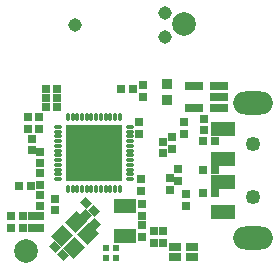
<source format=gts>
%FSLAX24Y24*%
%MOIN*%
G70*
G01*
G75*
G04 Layer_Color=8388736*
%ADD10R,0.0335X0.0256*%
%ADD11R,0.0177X0.0177*%
%ADD12R,0.0571X0.0217*%
%ADD13R,0.0571X0.0217*%
%ADD14R,0.0709X0.0394*%
G04:AMPARAMS|DCode=15|XSize=47.2mil|YSize=43.3mil|CornerRadius=0mil|HoleSize=0mil|Usage=FLASHONLY|Rotation=45.000|XOffset=0mil|YOffset=0mil|HoleType=Round|Shape=Rectangle|*
%AMROTATEDRECTD15*
4,1,4,-0.0014,-0.0320,-0.0320,-0.0014,0.0014,0.0320,0.0320,0.0014,-0.0014,-0.0320,0.0*
%
%ADD15ROTATEDRECTD15*%

%ADD16R,0.1850X0.1850*%
%ADD17O,0.0079X0.0256*%
%ADD18O,0.0256X0.0079*%
%ADD19R,0.0394X0.0394*%
%ADD20R,0.0236X0.0217*%
%ADD21R,0.0217X0.0236*%
%ADD22R,0.0256X0.0197*%
%ADD23R,0.0197X0.0256*%
%ADD24C,0.0394*%
%ADD25R,0.0197X0.0236*%
%ADD26R,0.0236X0.0197*%
%ADD27R,0.0315X0.0295*%
G04:AMPARAMS|DCode=28|XSize=19.7mil|YSize=23.6mil|CornerRadius=0mil|HoleSize=0mil|Usage=FLASHONLY|Rotation=45.000|XOffset=0mil|YOffset=0mil|HoleType=Round|Shape=Rectangle|*
%AMROTATEDRECTD28*
4,1,4,0.0014,-0.0153,-0.0153,0.0014,-0.0014,0.0153,0.0153,-0.0014,0.0014,-0.0153,0.0*
%
%ADD28ROTATEDRECTD28*%

%ADD29R,0.0787X0.0394*%
%ADD30C,0.0060*%
%ADD31C,0.0100*%
%ADD32C,0.0050*%
%ADD33C,0.0080*%
%ADD34C,0.0070*%
%ADD35C,0.0090*%
%ADD36C,0.0390*%
%ADD37O,0.1260X0.0709*%
%ADD38C,0.0433*%
%ADD39C,0.0200*%
%ADD40C,0.0197*%
%ADD41C,0.0118*%
%ADD42R,0.0472X0.0433*%
%ADD43C,0.0138*%
%ADD44C,0.0310*%
%ADD45R,0.0236X0.0335*%
%ADD46R,0.0394X0.0335*%
%ADD47R,0.0295X0.0315*%
%ADD48C,0.0039*%
%ADD49C,0.0098*%
%ADD50C,0.0059*%
%ADD51C,0.0079*%
%ADD52R,0.0395X0.0316*%
%ADD53R,0.0237X0.0237*%
%ADD54R,0.0631X0.0277*%
%ADD55R,0.0631X0.0277*%
%ADD56R,0.0769X0.0454*%
G04:AMPARAMS|DCode=57|XSize=53.2mil|YSize=49.3mil|CornerRadius=0mil|HoleSize=0mil|Usage=FLASHONLY|Rotation=45.000|XOffset=0mil|YOffset=0mil|HoleType=Round|Shape=Rectangle|*
%AMROTATEDRECTD57*
4,1,4,-0.0014,-0.0363,-0.0363,-0.0014,0.0014,0.0363,0.0363,0.0014,-0.0014,-0.0363,0.0*
%
%ADD57ROTATEDRECTD57*%

%ADD58R,0.1910X0.1910*%
%ADD59O,0.0139X0.0316*%
%ADD60O,0.0316X0.0139*%
%ADD61R,0.0296X0.0277*%
%ADD62R,0.0277X0.0296*%
%ADD63R,0.0316X0.0257*%
%ADD64R,0.0257X0.0316*%
%ADD65C,0.0787*%
%ADD66R,0.0257X0.0296*%
%ADD67R,0.0296X0.0257*%
%ADD68R,0.0375X0.0355*%
G04:AMPARAMS|DCode=69|XSize=25.7mil|YSize=29.6mil|CornerRadius=0mil|HoleSize=0mil|Usage=FLASHONLY|Rotation=45.000|XOffset=0mil|YOffset=0mil|HoleType=Round|Shape=Rectangle|*
%AMROTATEDRECTD69*
4,1,4,0.0014,-0.0196,-0.0196,0.0014,-0.0014,0.0196,0.0196,-0.0014,0.0014,-0.0196,0.0*
%
%ADD69ROTATEDRECTD69*%

%ADD70R,0.0847X0.0454*%
%ADD71C,0.0450*%
%ADD72O,0.1320X0.0769*%
%ADD73C,0.0493*%
D52*
X7545Y597D02*
D03*
X6975D02*
D03*
Y263D02*
D03*
X7545D02*
D03*
D53*
X4663Y577D02*
D03*
Y243D02*
D03*
X4997D02*
D03*
Y577D02*
D03*
D54*
X7597Y5220D02*
D03*
Y5968D02*
D03*
X8444D02*
D03*
Y5594D02*
D03*
D55*
X8444Y5220D02*
D03*
D56*
X5310Y1962D02*
D03*
Y978D02*
D03*
D57*
X3209Y948D02*
D03*
X3598Y558D02*
D03*
X3682Y1422D02*
D03*
X4072Y1032D02*
D03*
D58*
X4270Y3730D02*
D03*
D59*
X5136Y2539D02*
D03*
X4979D02*
D03*
X4821D02*
D03*
X4664D02*
D03*
X4506D02*
D03*
X4349D02*
D03*
X4191D02*
D03*
X4034D02*
D03*
X3876D02*
D03*
X3719D02*
D03*
X3561D02*
D03*
X3404D02*
D03*
Y4921D02*
D03*
X3561D02*
D03*
X3719D02*
D03*
X3876D02*
D03*
X4034D02*
D03*
X4191D02*
D03*
X4349D02*
D03*
X4506D02*
D03*
X4664D02*
D03*
X4821D02*
D03*
X4979D02*
D03*
X5136D02*
D03*
D60*
X3079Y2864D02*
D03*
Y3021D02*
D03*
Y3179D02*
D03*
Y3336D02*
D03*
Y3494D02*
D03*
Y3651D02*
D03*
Y3809D02*
D03*
Y3966D02*
D03*
Y4124D02*
D03*
Y4281D02*
D03*
Y4439D02*
D03*
Y4596D02*
D03*
X5461D02*
D03*
Y4439D02*
D03*
Y4281D02*
D03*
Y4124D02*
D03*
Y3966D02*
D03*
Y3809D02*
D03*
Y3651D02*
D03*
Y3494D02*
D03*
Y3336D02*
D03*
Y3179D02*
D03*
Y3021D02*
D03*
Y2864D02*
D03*
D61*
X1907Y1640D02*
D03*
X1513D02*
D03*
X5173Y5860D02*
D03*
X5567D02*
D03*
X3057Y5560D02*
D03*
X2663D02*
D03*
X3057Y5250D02*
D03*
X2663D02*
D03*
X2663Y5860D02*
D03*
X3057D02*
D03*
D62*
X6270Y1137D02*
D03*
Y743D02*
D03*
X6570Y1137D02*
D03*
Y743D02*
D03*
X5920Y5593D02*
D03*
Y5987D02*
D03*
D63*
X1897Y1230D02*
D03*
X1523D02*
D03*
D64*
X2480Y2337D02*
D03*
Y1963D02*
D03*
X2200Y4207D02*
D03*
Y3833D02*
D03*
X2480Y3757D02*
D03*
Y3383D02*
D03*
D65*
X7270Y8030D02*
D03*
X2000Y470D02*
D03*
D66*
X7290Y4353D02*
D03*
Y4747D02*
D03*
X6810Y2887D02*
D03*
Y2493D02*
D03*
X7350Y2367D02*
D03*
Y1973D02*
D03*
X7090Y3187D02*
D03*
Y2793D02*
D03*
X6590Y3713D02*
D03*
Y4107D02*
D03*
X6860Y3873D02*
D03*
Y4267D02*
D03*
X7940Y4483D02*
D03*
Y4877D02*
D03*
X2200Y1243D02*
D03*
Y1637D02*
D03*
X5870Y1317D02*
D03*
Y923D02*
D03*
Y1633D02*
D03*
Y2027D02*
D03*
X5790Y4747D02*
D03*
Y4354D02*
D03*
X2430Y4927D02*
D03*
Y4533D02*
D03*
X2980Y1813D02*
D03*
Y2207D02*
D03*
X5830Y2463D02*
D03*
Y2857D02*
D03*
X2480Y1243D02*
D03*
Y1637D02*
D03*
Y2663D02*
D03*
Y3057D02*
D03*
X2070Y4927D02*
D03*
Y4533D02*
D03*
D67*
X8307Y4130D02*
D03*
X7913D02*
D03*
X7923Y2400D02*
D03*
X8317D02*
D03*
X8307Y3150D02*
D03*
X7913D02*
D03*
X1773Y2640D02*
D03*
X2167D02*
D03*
D68*
X6700Y5504D02*
D03*
Y6036D02*
D03*
D69*
X4279Y1791D02*
D03*
X4001Y2069D02*
D03*
X4299Y1371D02*
D03*
X4021Y1649D02*
D03*
X2971Y599D02*
D03*
X3249Y321D02*
D03*
D70*
X8561Y4528D02*
D03*
Y3543D02*
D03*
Y2756D02*
D03*
Y1772D02*
D03*
D71*
X3640Y8000D02*
D03*
X6640Y7600D02*
D03*
Y8400D02*
D03*
D72*
X9584Y5394D02*
D03*
Y906D02*
D03*
D73*
Y4035D02*
D03*
Y2264D02*
D03*
M02*

</source>
